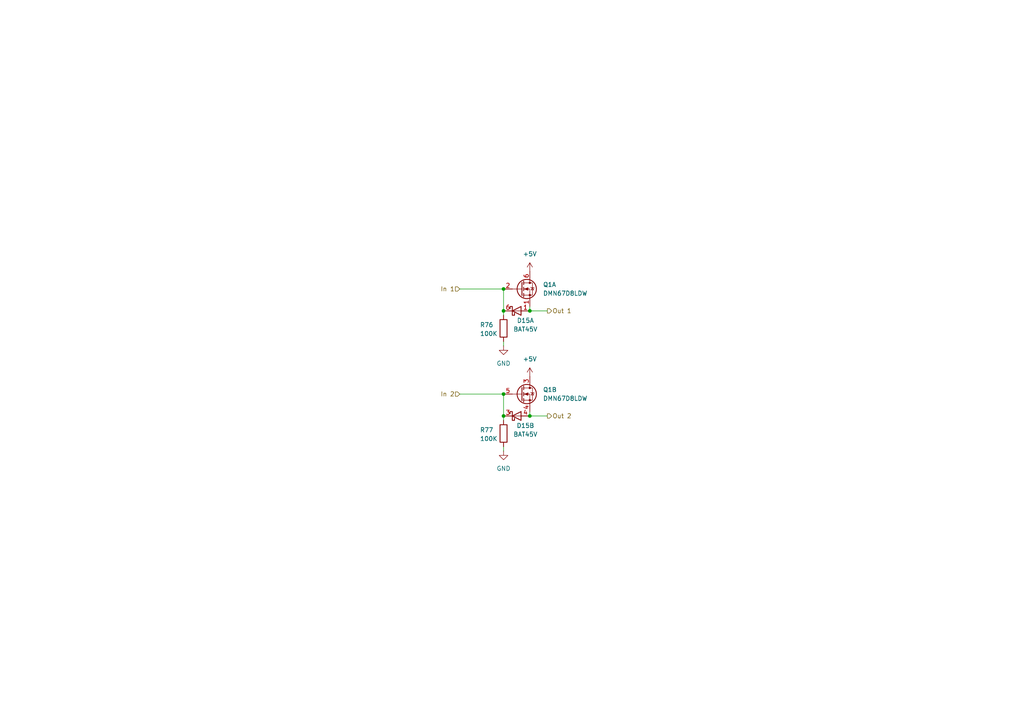
<source format=kicad_sch>
(kicad_sch (version 20250114) (generator "eeschema") (generator_version "9.0")
  (paper "A4")
  (lib_symbols
    (symbol "Device:Q_Dual_NMOS_S1G1D2S2G2D1" (pin_names (offset 0) (hide yes))
      (property "Reference" "Q" (at 6.35 1.27 0))
      (property "Value" "Q_Dual_NMOS_S1G1D2S2G2D1" (at 19.05 -1.27 0))
      (symbol "Q_Dual_NMOS_S1G1D2S2G2D1_0_1"
        (polyline (pts (xy 0.254 1.905) (xy 0.254 -1.905)) (stroke (width 0.254)))
        (polyline (pts (xy 0.254 0) (xy -2.54 0)))
        (polyline (pts (xy 0.762 2.286) (xy 0.762 1.27)) (stroke (width 0.254)))
        (polyline (pts (xy 0.762 0.508) (xy 0.762 -0.508)) (stroke (width 0.254)))
        (polyline (pts (xy 0.762 -1.27) (xy 0.762 -2.286)) (stroke (width 0.254)))
        (polyline (pts (xy 0.762 -1.778) (xy 3.302 -1.778) (xy 3.302 1.778) (xy 0.762 1.778)))
        (polyline (pts (xy 1.016 0) (xy 2.032 0.381) (xy 2.032 -0.381) (xy 1.016 0)) (fill (type outline)))
        (circle (center 1.651 0) (radius 2.794) (stroke (width 0.254)))
        (polyline (pts (xy 2.54 2.54) (xy 2.54 1.778)))
        (circle (center 2.54 1.778) (radius 0.254) (fill (type outline)))
        (circle (center 2.54 -1.778) (radius 0.254) (fill (type outline)))
        (polyline (pts (xy 2.54 -2.54) (xy 2.54 0) (xy 0.762 0)))
        (polyline (pts (xy 2.794 0.508) (xy 2.921 0.381) (xy 3.683 0.381) (xy 3.81 0.254)))
        (polyline (pts (xy 3.302 0.381) (xy 2.921 -0.254) (xy 3.683 -0.254) (xy 3.302 0.381)))
      )
      (symbol "Q_Dual_NMOS_S1G1D2S2G2D1_1_1"
        (pin input line (at -5.08 0 0) (length 2.54) (name "G") (number "2"))
        (pin passive line (at 2.54 5.08 270) (length 2.54) (name "D") (number "6"))
        (pin passive line (at 2.54 -5.08 90) (length 2.54) (name "S") (number "1"))
      )
      (symbol "Q_Dual_NMOS_S1G1D2S2G2D1_2_1"
        (pin input line (at -5.08 0 0) (length 2.54) (name "G") (number "5"))
        (pin passive line (at 2.54 5.08 270) (length 2.54) (name "D") (number "3"))
        (pin passive line (at 2.54 -5.08 90) (length 2.54) (name "S") (number "4"))
      )
    )
    (symbol "Device:R" (pin_numbers (hide yes)) (pin_names (offset 0))
      (property "Reference" "R" (at 2.032 0 90))
      (property "Value" "R" (at 0 0 90))
      (symbol "R_0_1"
        (rectangle (start -1.016 -2.54) (end 1.016 2.54) (stroke (width 0.254)))
      )
      (symbol "R_1_1"
        (pin passive line (at 0 3.81 270) (length 1.27) (name "~") (number "1"))
        (pin passive line (at 0 -3.81 90) (length 1.27) (name "~") (number "2"))
      )
    )
    (symbol "Diode:SD103ATW" (pin_names (hide yes))
      (property "Reference" "D1" (at 2.54 -2.794 0))
      (property "Value" "BAT45V" (at 2.54 -5.334 0))
      (symbol "SD103ATW_0_1"
        (polyline (pts (xy -1.905 0.635) (xy -1.905 1.27) (xy -1.27 1.27) (xy -1.27 -1.27) (xy -0.635 -1.27) (xy -0.635 -0.635)) (stroke (width 0.254)))
        (polyline (pts (xy 1.27 1.27) (xy 1.27 -1.27) (xy -1.27 0) (xy 1.27 1.27)) (stroke (width 0.254)))
        (polyline (pts (xy 1.27 0) (xy -1.27 0)))
      )
      (symbol "SD103ATW_1_1"
        (pin passive line (at -3.81 0 0) (length 2.54) (name "K") (number "6"))
        (pin passive line (at 3.81 0 180) (length 2.54) (name "A") (number "1"))
      )
      (symbol "SD103ATW_2_1"
        (pin passive line (at -3.81 0 0) (length 2.54) (name "K") (number "3"))
        (pin passive line (at 3.81 0 180) (length 2.54) (name "A") (number "4"))
      )
    )
    (symbol "SD103ATW_2" (pin_names (hide yes))
      (property "Reference" "D1" (at 2.54 -2.794 0))
      (property "Value" "BAT45V" (at 2.54 -5.334 0))
      (symbol "SD103ATW_2_0_1"
        (polyline (pts (xy -1.905 0.635) (xy -1.905 1.27) (xy -1.27 1.27) (xy -1.27 -1.27) (xy -0.635 -1.27) (xy -0.635 -0.635)) (stroke (width 0.254)))
        (polyline (pts (xy 1.27 1.27) (xy 1.27 -1.27) (xy -1.27 0) (xy 1.27 1.27)) (stroke (width 0.254)))
        (polyline (pts (xy 1.27 0) (xy -1.27 0)))
      )
      (symbol "SD103ATW_2_1_1"
        (pin passive line (at -3.81 0 0) (length 2.54) (name "K") (number "6"))
        (pin passive line (at 3.81 0 180) (length 2.54) (name "A") (number "1"))
      )
      (symbol "SD103ATW_2_2_1"
        (pin passive line (at -3.81 0 0) (length 2.54) (name "K") (number "3"))
        (pin passive line (at 3.81 0 180) (length 2.54) (name "A") (number "4"))
      )
    )
    (symbol "power:+5V" (power) (pin_numbers (hide yes)) (pin_names (offset 0) (hide yes))
      (property "Value" "+5V" (at 0 3.556 0))
      (symbol "+5V_0_1"
        (polyline (pts (xy -0.762 1.27) (xy 0 2.54)))
        (polyline (pts (xy 0 2.54) (xy 0.762 1.27)))
        (polyline (pts (xy 0 0) (xy 0 2.54)))
      )
      (symbol "+5V_1_1"
        (pin power_in line (at 0 0 90) (length 0) (name "~") (number "1"))
      )
    )
    (symbol "power:GND" (power) (pin_numbers (hide yes)) (pin_names (offset 0) (hide yes))
      (property "Value" "GND" (at 0 -3.81 0))
      (symbol "GND_0_1"
        (polyline (pts (xy 0 0) (xy 0 -1.27) (xy 1.27 -1.27) (xy 0 -2.54) (xy -1.27 -1.27) (xy 0 -1.27)))
      )
      (symbol "GND_1_1"
        (pin power_in line (at 0 0 270) (length 0) (name "~") (number "1"))
      )
    )
  )
  (junction (at 153.67 90.17))
  (junction (at 153.67 120.65))
  (junction (at 146.05 120.65))
  (junction (at 146.05 114.3))
  (junction (at 146.05 90.17))
  (junction (at 146.05 83.82))
  (wire (pts (xy 133.35 114.3) (xy 146.05 114.3)))
  (wire (pts (xy 146.05 120.65) (xy 146.05 121.92)))
  (wire (pts (xy 153.67 120.65) (xy 158.75 120.65)))
  (wire (pts (xy 153.67 90.17) (xy 158.75 90.17)))
  (wire (pts (xy 146.05 114.3) (xy 146.05 120.65)))
  (wire (pts (xy 153.67 90.17) (xy 153.67 88.9)))
  (wire (pts (xy 146.05 100.33) (xy 146.05 99.06)))
  (wire (pts (xy 153.67 120.65) (xy 153.67 119.38)))
  (wire (pts (xy 146.05 91.44) (xy 146.05 90.17)))
  (wire (pts (xy 146.05 130.81) (xy 146.05 129.54)))
  (wire (pts (xy 133.35 83.82) (xy 146.05 83.82)))
  (wire (pts (xy 146.05 83.82) (xy 146.05 90.17)))
  (hierarchical_label "Out 1" (shape output) (at 158.75 90.17 0))
  (hierarchical_label "In 1" (shape input) (at 133.35 83.82 180))
  (hierarchical_label "In 2" (shape input) (at 133.35 114.3 180))
  (hierarchical_label "Out 2" (shape output) (at 158.75 120.65 0))
  (symbol (lib_id "Device:R") (at 146.05 125.73 180) (unit 1)
    (property "Reference" "R77" (at 139.192 124.714 0) (effects (justify right)))
    (property "Value" "100K" (at 139.192 127.254 0) (effects (justify right)))
    (property "Footprint" "Resistor_SMD:R_0603_1608Metric" (effects (hide yes)))
    (property "Description" "Resistor" (effects (hide yes)))
    (instances (project "SensorNodePCB" (path "" (reference "R77") (unit 1)) (path "" (reference "R83") (unit 1)) (path "" (reference "R79") (unit 1)) (path "" (reference "R81") (unit 1))))
  )
  (symbol (lib_id "Device:Q_Dual_NMOS_S1G1D2S2G2D1") (at 151.13 83.82 0) (unit 1)
    (property "Reference" "Q1" (at 157.48 82.5499 0) (effects (justify left)))
    (property "Value" "DMN67D8LDW" (at 157.48 85.0899 0) (effects (justify left)))
    (property "Footprint" "Package_TO_SOT_SMD:SOT-363_SC-70-6" (effects (hide yes)))
    (property "Datasheet" "https://www.mouser.de/datasheet/2/115/DIOD_S_A0002833188_1-2542095.pdf" (effects (hide yes)))
    (property "Description" "Dual NMOS transistor, 6 pin package" (effects (hide yes)))
    (instances (project "SensorNodePCB" (path "" (reference "Q1") (unit 1)) (path "" (reference "Q4") (unit 1)) (path "" (reference "Q2") (unit 1)) (path "" (reference "Q3") (unit 1))))
  )
  (symbol (lib_id "power:+5V") (at 153.67 78.74 0) (unit 1)
    (property "Reference" "#PWR094" (effects (hide yes)))
    (property "Value" "+5V" (at 153.67 73.66 0))
    (property "Description" "Power symbol creates a global label with name \"+5V\"" (effects (hide yes)))
    (instances (project "SensorNodePCB" (path "" (reference "#PWR094") (unit 1)) (path "" (reference "#PWR0109") (unit 1)) (path "" (reference "#PWR099") (unit 1)) (path "" (reference "#PWR0104") (unit 1))))
  )
  (symbol (lib_id "power:GND") (at 146.05 130.81 0) (unit 1)
    (property "Reference" "#PWR093" (effects (hide yes)))
    (property "Value" "GND" (at 146.05 135.89 0))
    (property "Description" "Power symbol creates a global label with name \"GND\" , ground" (effects (hide yes)))
    (instances (project "SensorNodePCB" (path "" (reference "#PWR093") (unit 1)) (path "" (reference "#PWR0108") (unit 1)) (path "" (reference "#PWR098") (unit 1)) (path "" (reference "#PWR0103") (unit 1))))
  )
  (symbol (lib_id "Diode:SD103ATW") (at 149.86 120.65 0) (unit 2)
    (property "Reference" "D15" (at 152.4 123.444 0))
    (property "Value" "BAT45V" (at 152.4 125.984 0))
    (property "Footprint" "Package_TO_SOT_SMD:SOT-363_SC-70-6" (effects (hide yes)))
    (property "Datasheet" "https://www.mouser.de/datasheet/2/115/DIOD_S_A0001068865_1-2541875.pdf" (effects (hide yes)))
    (property "Description" "Schottky Barrier Diode Array, SOT-363" (effects (hide yes)))
    (instances (project "" (path "" (reference "D15") (unit 2)) (path "" (reference "D21") (unit 2)) (path "" (reference "D17") (unit 2)) (path "" (reference "D19") (unit 2))))
  )
  (symbol (lib_id "Device:Q_Dual_NMOS_S1G1D2S2G2D1") (at 151.13 114.3 0) (unit 2)
    (property "Reference" "Q1" (at 157.48 113.0299 0) (effects (justify left)))
    (property "Value" "DMN67D8LDW" (at 157.48 115.5699 0) (effects (justify left)))
    (property "Footprint" "Package_TO_SOT_SMD:SOT-363_SC-70-6" (effects (hide yes)))
    (property "Datasheet" "https://www.mouser.de/datasheet/2/115/DIOD_S_A0002833188_1-2542095.pdf" (effects (hide yes)))
    (property "Description" "Dual NMOS transistor, 6 pin package" (effects (hide yes)))
    (instances (project "SensorNodePCB" (path "" (reference "Q1") (unit 2)) (path "" (reference "Q4") (unit 2)) (path "" (reference "Q2") (unit 2)) (path "" (reference "Q3") (unit 2))))
  )
  (symbol (lib_id "Device:R") (at 146.05 95.25 180) (unit 1)
    (property "Reference" "R76" (at 139.192 94.234 0) (effects (justify right)))
    (property "Value" "100K" (at 139.192 96.774 0) (effects (justify right)))
    (property "Footprint" "Resistor_SMD:R_0603_1608Metric" (effects (hide yes)))
    (property "Description" "Resistor" (effects (hide yes)))
    (instances (project "" (path "" (reference "R76") (unit 1)) (path "" (reference "R82") (unit 1)) (path "" (reference "R78") (unit 1)) (path "" (reference "R80") (unit 1))))
  )
  (symbol (lib_id "power:+5V") (at 153.67 109.22 0) (unit 1)
    (property "Reference" "#PWR095" (effects (hide yes)))
    (property "Value" "+5V" (at 153.67 104.14 0))
    (property "Description" "Power symbol creates a global label with name \"+5V\"" (effects (hide yes)))
    (instances (project "SensorNodePCB" (path "" (reference "#PWR095") (unit 1)) (path "" (reference "#PWR0110") (unit 1)) (path "" (reference "#PWR0100") (unit 1)) (path "" (reference "#PWR0105") (unit 1))))
  )
  (symbol (lib_id "power:GND") (at 146.05 100.33 0) (unit 1)
    (property "Reference" "#PWR092" (effects (hide yes)))
    (property "Value" "GND" (at 146.05 105.41 0))
    (property "Description" "Power symbol creates a global label with name \"GND\" , ground" (effects (hide yes)))
    (instances (project "" (path "" (reference "#PWR092") (unit 1)) (path "" (reference "#PWR0107") (unit 1)) (path "" (reference "#PWR097") (unit 1)) (path "" (reference "#PWR0102") (unit 1))))
  )
  (symbol (lib_name "SD103ATW_2") (lib_id "Diode:SD103ATW") (at 149.86 90.17 0) (unit 1)
    (property "Reference" "D15" (at 152.4 92.964 0))
    (property "Value" "BAT45V" (at 152.4 95.504 0))
    (property "Footprint" "Package_TO_SOT_SMD:SOT-363_SC-70-6" (effects (hide yes)))
    (property "Datasheet" "https://www.mouser.de/datasheet/2/115/DIOD_S_A0001068865_1-2541875.pdf" (effects (hide yes)))
    (property "Description" "Schottky Barrier Diode Array, SOT-363" (effects (hide yes)))
    (instances (project "" (path "" (reference "D15") (unit 1)) (path "" (reference "D21") (unit 1)) (path "" (reference "D17") (unit 1)) (path "" (reference "D19") (unit 1))))
  )
)
</source>
